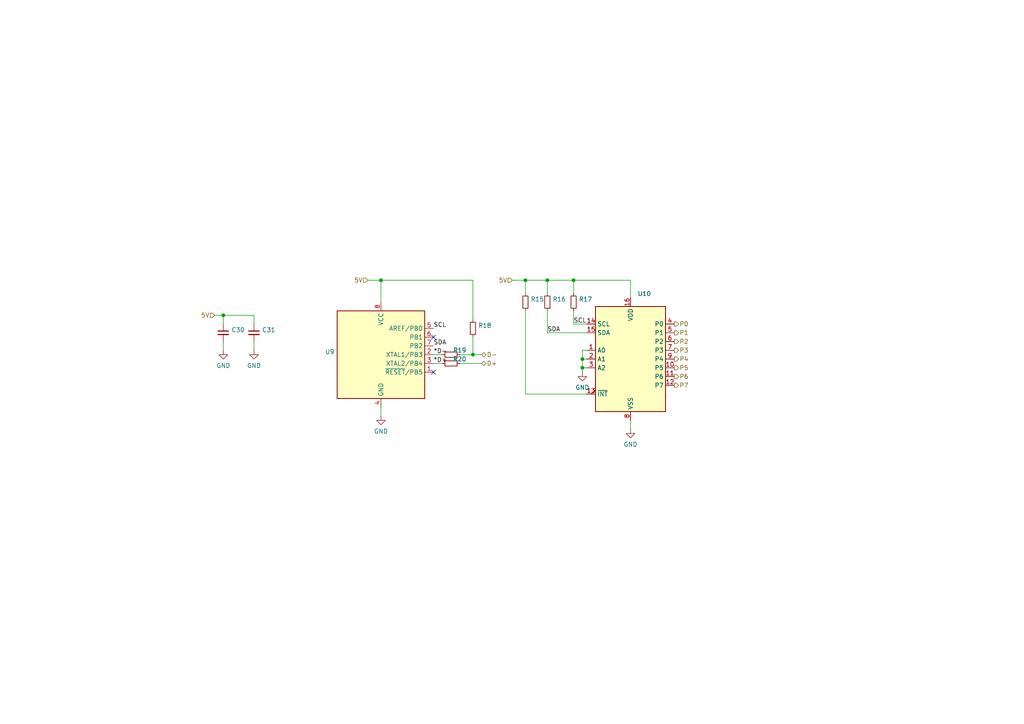
<source format=kicad_sch>
(kicad_sch (version 20211123) (generator eeschema)
  (paper "A4")
  (lib_symbols
    (symbol "Device:C_Small" (pin_numbers hide) (pin_names (offset 0.254) hide)
      (property "Reference" "C" (at 0.254 1.778 0))
      (property "Value" "C_Small" (at 0.254 -2.032 0))
      (symbol "C_Small_0_1"
        (polyline (pts (xy -1.524 -0.508) (xy 1.524 -0.508)) (stroke (width 0.3302)))
        (polyline (pts (xy -1.524 0.508) (xy 1.524 0.508)) (stroke (width 0.3048)))
      )
      (symbol "C_Small_1_1"
        (pin passive line (at 0 2.54 270) (length 2.032) (name "~") (number "1"))
        (pin passive line (at 0 -2.54 90) (length 2.032) (name "~") (number "2"))
      )
    )
    (symbol "Device:R_Small" (pin_numbers hide) (pin_names (offset 0.254) hide)
      (property "Reference" "R" (at 0.762 0.508 0))
      (property "Value" "R_Small" (at 0.762 -1.016 0))
      (symbol "R_Small_0_1"
        (rectangle (start -0.762 1.778) (end 0.762 -1.778) (stroke (width 0.2032)))
      )
      (symbol "R_Small_1_1"
        (pin passive line (at 0 2.54 270) (length 0.762) (name "~") (number "1"))
        (pin passive line (at 0 -2.54 90) (length 0.762) (name "~") (number "2"))
      )
    )
    (symbol "Interface_Expansion:PCF8574"
      (property "Reference" "U" (at -8.89 16.51 0))
      (property "Value" "PCF8574" (at 2.54 16.51 0))
      (symbol "PCF8574_0_1"
        (rectangle (start -10.16 15.24) (end 10.16 -15.24) (stroke (width 0.254)) (fill (type background)))
      )
      (symbol "PCF8574_1_1"
        (pin input line (at -12.7 2.54 0) (length 2.54) (name "A0") (number "1"))
        (pin bidirectional line (at 12.7 -2.54 180) (length 2.54) (name "P5") (number "10"))
        (pin bidirectional line (at 12.7 -5.08 180) (length 2.54) (name "P6") (number "11"))
        (pin bidirectional line (at 12.7 -7.62 180) (length 2.54) (name "P7") (number "12"))
        (pin open_collector output_low (at -12.7 -10.16 0) (length 2.54) (name "~{INT}") (number "13"))
        (pin input line (at -12.7 10.16 0) (length 2.54) (name "SCL") (number "14"))
        (pin bidirectional line (at -12.7 7.62 0) (length 2.54) (name "SDA") (number "15"))
        (pin power_in line (at 0 17.78 270) (length 2.54) (name "VDD") (number "16"))
        (pin input line (at -12.7 0 0) (length 2.54) (name "A1") (number "2"))
        (pin input line (at -12.7 -2.54 0) (length 2.54) (name "A2") (number "3"))
        (pin bidirectional line (at 12.7 10.16 180) (length 2.54) (name "P0") (number "4"))
        (pin bidirectional line (at 12.7 7.62 180) (length 2.54) (name "P1") (number "5"))
        (pin bidirectional line (at 12.7 5.08 180) (length 2.54) (name "P2") (number "6"))
        (pin bidirectional line (at 12.7 2.54 180) (length 2.54) (name "P3") (number "7"))
        (pin power_in line (at 0 -17.78 90) (length 2.54) (name "VSS") (number "8"))
        (pin bidirectional line (at 12.7 0 180) (length 2.54) (name "P4") (number "9"))
      )
    )
    (symbol "MCU_Microchip_ATtiny:ATtiny85V-10S"
      (property "Reference" "U" (at -12.7 13.97 0))
      (property "Value" "ATtiny85V-10S" (at 2.54 -13.97 0))
      (symbol "ATtiny85V-10S_0_1"
        (rectangle (start -12.7 -12.7) (end 12.7 12.7) (stroke (width 0.254)) (fill (type background)))
      )
      (symbol "ATtiny85V-10S_1_1"
        (pin bidirectional line (at 15.24 -5.08 180) (length 2.54) (name "~{RESET}/PB5") (number "1"))
        (pin bidirectional line (at 15.24 0 180) (length 2.54) (name "XTAL1/PB3") (number "2"))
        (pin bidirectional line (at 15.24 -2.54 180) (length 2.54) (name "XTAL2/PB4") (number "3"))
        (pin power_in line (at 0 -15.24 90) (length 2.54) (name "GND") (number "4"))
        (pin bidirectional line (at 15.24 7.62 180) (length 2.54) (name "AREF/PB0") (number "5"))
        (pin bidirectional line (at 15.24 5.08 180) (length 2.54) (name "PB1") (number "6"))
        (pin bidirectional line (at 15.24 2.54 180) (length 2.54) (name "PB2") (number "7"))
        (pin power_in line (at 0 15.24 270) (length 2.54) (name "VCC") (number "8"))
      )
    )
    (symbol "power:GND" (power) (pin_names (offset 0))
      (property "Value" "GND" (at 0 -3.81 0))
      (symbol "GND_0_1"
        (polyline (pts (xy 0 0) (xy 0 -1.27) (xy 1.27 -1.27) (xy 0 -2.54) (xy -1.27 -1.27) (xy 0 -1.27)))
      )
      (symbol "GND_1_1"
        (pin power_in line (at 0 0 270) (length 0) hide (name "GND") (number "1"))
      )
    )
  )
  (junction (at 168.91 104.14))
  (junction (at 64.77 91.44))
  (junction (at 168.91 106.68))
  (junction (at 110.49 81.28))
  (junction (at 158.75 81.28))
  (junction (at 152.4 81.28))
  (junction (at 166.37 81.28))
  (junction (at 137.16 102.87))
  (no_connect (at 125.73 97.79))
  (no_connect (at 125.73 107.95))
  (wire (pts (xy 182.88 81.28) (xy 182.88 86.36)))
  (wire (pts (xy 168.91 104.14) (xy 168.91 101.6)))
  (wire (pts (xy 148.59 81.28) (xy 152.4 81.28)))
  (wire (pts (xy 125.73 105.41) (xy 128.27 105.41)))
  (wire (pts (xy 166.37 93.98) (xy 170.18 93.98)))
  (wire (pts (xy 166.37 81.28) (xy 166.37 85.09)))
  (wire (pts (xy 133.35 105.41) (xy 139.7 105.41)))
  (wire (pts (xy 73.66 91.44) (xy 73.66 93.98)))
  (wire (pts (xy 62.23 91.44) (xy 64.77 91.44)))
  (wire (pts (xy 158.75 90.17) (xy 158.75 96.52)))
  (wire (pts (xy 168.91 101.6) (xy 170.18 101.6)))
  (wire (pts (xy 168.91 106.68) (xy 168.91 104.14)))
  (wire (pts (xy 152.4 81.28) (xy 158.75 81.28)))
  (wire (pts (xy 158.75 81.28) (xy 158.75 85.09)))
  (wire (pts (xy 133.35 102.87) (xy 137.16 102.87)))
  (wire (pts (xy 137.16 81.28) (xy 137.16 92.71)))
  (wire (pts (xy 64.77 91.44) (xy 64.77 93.98)))
  (wire (pts (xy 110.49 81.28) (xy 137.16 81.28)))
  (wire (pts (xy 168.91 107.95) (xy 168.91 106.68)))
  (wire (pts (xy 168.91 106.68) (xy 170.18 106.68)))
  (wire (pts (xy 137.16 97.79) (xy 137.16 102.87)))
  (wire (pts (xy 152.4 114.3) (xy 170.18 114.3)))
  (wire (pts (xy 166.37 81.28) (xy 182.88 81.28)))
  (wire (pts (xy 64.77 99.06) (xy 64.77 101.6)))
  (wire (pts (xy 168.91 104.14) (xy 170.18 104.14)))
  (wire (pts (xy 182.88 121.92) (xy 182.88 124.46)))
  (wire (pts (xy 137.16 102.87) (xy 139.7 102.87)))
  (wire (pts (xy 110.49 81.28) (xy 110.49 87.63)))
  (wire (pts (xy 166.37 90.17) (xy 166.37 93.98)))
  (wire (pts (xy 110.49 118.11) (xy 110.49 120.65)))
  (wire (pts (xy 125.73 102.87) (xy 128.27 102.87)))
  (wire (pts (xy 73.66 99.06) (xy 73.66 101.6)))
  (wire (pts (xy 64.77 91.44) (xy 73.66 91.44)))
  (wire (pts (xy 152.4 81.28) (xy 152.4 85.09)))
  (wire (pts (xy 158.75 96.52) (xy 170.18 96.52)))
  (wire (pts (xy 106.68 81.28) (xy 110.49 81.28)))
  (wire (pts (xy 152.4 90.17) (xy 152.4 114.3)))
  (wire (pts (xy 158.75 81.28) (xy 166.37 81.28)))
  (label "SDA" (at 158.75 96.52 0))
  (label "SCL" (at 166.37 93.98 0))
  (label "SDA" (at 125.73 100.33 0))
  (label "SCL" (at 125.73 95.25 0))
  (label "*D+" (at 125.73 105.41 0))
  (label "*D-" (at 125.73 102.87 0))
  (hierarchical_label "P1" (shape output) (at 195.58 96.52 0))
  (hierarchical_label "D+" (shape bidirectional) (at 139.7 105.41 0))
  (hierarchical_label "P0" (shape output) (at 195.58 93.98 0))
  (hierarchical_label "P6" (shape output) (at 195.58 109.22 0))
  (hierarchical_label "5V" (shape input) (at 148.59 81.28 180))
  (hierarchical_label "P7" (shape output) (at 195.58 111.76 0))
  (hierarchical_label "P2" (shape output) (at 195.58 99.06 0))
  (hierarchical_label "D-" (shape bidirectional) (at 139.7 102.87 0))
  (hierarchical_label "P3" (shape output) (at 195.58 101.6 0))
  (hierarchical_label "5V" (shape input) (at 106.68 81.28 180))
  (hierarchical_label "P4" (shape output) (at 195.58 104.14 0))
  (hierarchical_label "P5" (shape output) (at 195.58 106.68 0))
  (hierarchical_label "5V" (shape input) (at 62.23 91.44 180))
  (symbol (lib_id "power:GND") (at 168.91 107.95 0) (unit 1)
    (property "Reference" "#PWR?" (effects hide))
  )
  (symbol (lib_id "power:GND") (at 182.88 124.46 0) (unit 1)
    (property "Reference" "#PWR?" (effects hide))
  )
  (symbol (lib_id "power:GND") (at 110.49 120.65 0) (unit 1)
    (property "Reference" "#PWR?" (effects hide))
  )
  (symbol (lib_id "Device:R_Small") (at 152.4 87.63 180) (unit 1)
    (property "Reference" "R15" (at 153.8986 86.7953 0) (effects (justify right)))
  )
  (symbol (lib_id "Device:R_Small") (at 130.81 102.87 90) (unit 1)
    (property "Reference" "R19" (at 133.35 101.6 90))
  )
  (symbol (lib_id "Interface_Expansion:PCF8574") (at 182.88 104.14 0) (unit 1)
    (property "Reference" "U10" (at 184.8994 85.2002 0) (effects (justify left)))
    (property "Datasheet" "http://www.nxp.com/documents/data_sheet/PCF8574_PCF8574A.pdf" (effects hide))
  )
  (symbol (lib_id "Device:R_Small") (at 130.81 105.41 90) (unit 1)
    (property "Reference" "R20" (at 133.35 104.14 90))
  )
  (symbol (lib_id "power:GND") (at 64.77 101.6 0) (unit 1)
    (property "Reference" "#PWR?" (effects hide))
  )
  (symbol (lib_id "Device:R_Small") (at 137.16 95.25 180) (unit 1)
    (property "Reference" "R18" (at 138.6586 94.4153 0) (effects (justify right)))
  )
  (symbol (lib_id "power:GND") (at 73.66 101.6 0) (unit 1)
    (property "Reference" "#PWR?" (effects hide))
  )
  (symbol (lib_id "MCU_Microchip_ATtiny:ATtiny85V-10S") (at 110.49 102.87 0) (unit 1)
    (property "Reference" "U9" (at 97.0281 102.0353 0) (effects (justify right)))
    (property "Datasheet" "http://ww1.microchip.com/downloads/en/DeviceDoc/atmel-2586-avr-8-bit-microcontroller-attiny25-attiny45-attiny85_datasheet.pdf" (effects hide))
  )
  (symbol (lib_id "Device:C_Small") (at 73.66 96.52 0) (unit 1)
    (property "Reference" "C31" (at 75.9841 95.6916 0) (effects (justify left)))
  )
  (symbol (lib_id "Device:R_Small") (at 158.75 87.63 180) (unit 1)
    (property "Reference" "R16" (at 160.2486 86.7953 0) (effects (justify right)))
  )
  (symbol (lib_id "Device:R_Small") (at 166.37 87.63 180) (unit 1)
    (property "Reference" "R17" (at 167.8686 86.7953 0) (effects (justify right)))
  )
  (symbol (lib_id "Device:C_Small") (at 64.77 96.52 0) (unit 1)
    (property "Reference" "C30" (at 67.0941 95.6916 0) (effects (justify left)))
  )
)
</source>
